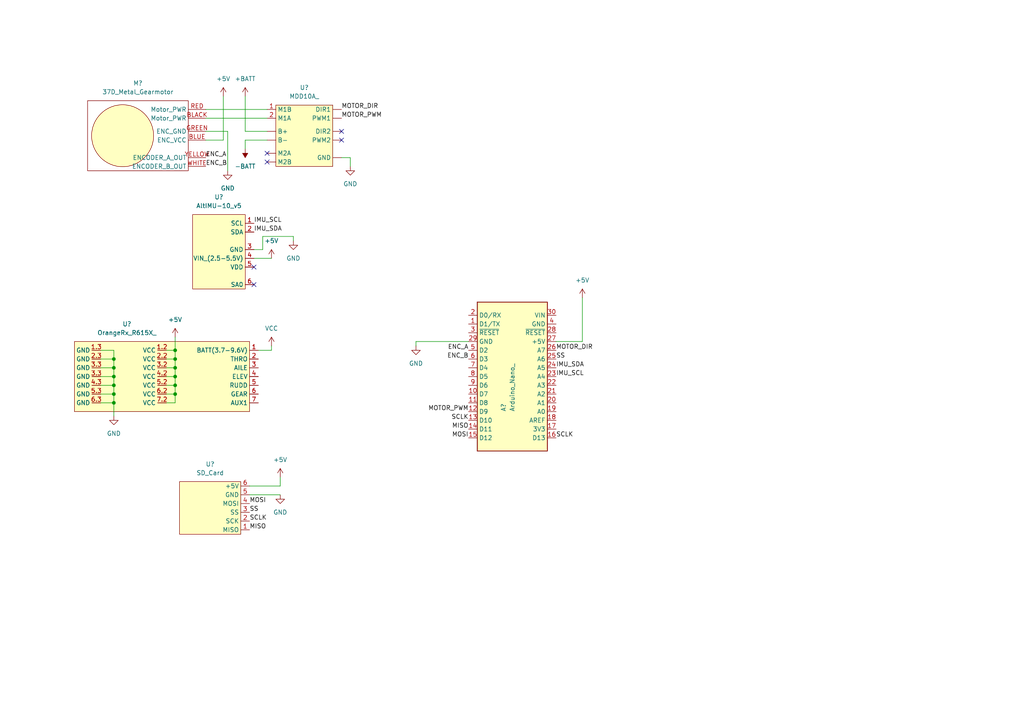
<source format=kicad_sch>
(kicad_sch (version 20211123) (generator eeschema)
  (paper "A4")
  (lib_symbols
    (symbol "MCU_Module:Arduino_Nano_v3.x"
      (property "Reference" "A?" (at -1.27 26.67 0))
      (property "Value" "Arduino_Nano_v3.x" (at -9.4106 24.13 0))
      (symbol "Arduino_Nano_v3.x_0_1"
        (rectangle (start -10.16 22.86) (end 10.16 -20.32) (stroke (width 0.254)) (fill (type background)))
      )
      (symbol "Arduino_Nano_v3.x_1_1"
        (pin bidirectional line (at 12.7 -13.97 180) (length 2.54) (name "D1/TX") (number "1"))
        (pin bidirectional line (at 12.7 6.35 180) (length 2.54) (name "D7") (number "10"))
        (pin bidirectional line (at 12.7 8.89 180) (length 2.54) (name "D8") (number "11"))
        (pin bidirectional line (at 12.7 11.43 180) (length 2.54) (name "D9") (number "12"))
        (pin bidirectional line (at 12.7 13.97 180) (length 2.54) (name "D10") (number "13"))
        (pin bidirectional line (at 12.7 16.51 180) (length 2.54) (name "D11") (number "14"))
        (pin bidirectional line (at 12.7 19.05 180) (length 2.54) (name "D12") (number "15"))
        (pin bidirectional line (at -12.7 19.05 0) (length 2.54) (name "D13") (number "16"))
        (pin power_out line (at -12.7 16.51 0) (length 2.54) (name "3V3") (number "17"))
        (pin input line (at -12.7 13.97 0) (length 2.54) (name "AREF") (number "18"))
        (pin bidirectional line (at -12.7 11.43 0) (length 2.54) (name "A0") (number "19"))
        (pin bidirectional line (at 12.7 -16.51 180) (length 2.54) (name "D0/RX") (number "2"))
        (pin bidirectional line (at -12.7 8.89 0) (length 2.54) (name "A1") (number "20"))
        (pin bidirectional line (at -12.7 6.35 0) (length 2.54) (name "A2") (number "21"))
        (pin bidirectional line (at -12.7 3.81 0) (length 2.54) (name "A3") (number "22"))
        (pin bidirectional line (at -12.7 1.27 0) (length 2.54) (name "A4") (number "23"))
        (pin bidirectional line (at -12.7 -1.27 0) (length 2.54) (name "A5") (number "24"))
        (pin bidirectional line (at -12.7 -3.81 0) (length 2.54) (name "A6") (number "25"))
        (pin bidirectional line (at -12.7 -6.35 0) (length 2.54) (name "A7") (number "26"))
        (pin power_out line (at -12.7 -8.89 0) (length 2.54) (name "+5V") (number "27"))
        (pin input line (at -12.7 -11.43 0) (length 2.54) (name "~{RESET}") (number "28"))
        (pin power_in line (at 12.7 -8.89 180) (length 2.54) (name "GND") (number "29"))
        (pin input line (at 12.7 -11.43 180) (length 2.54) (name "~{RESET}") (number "3"))
        (pin power_in line (at -12.7 -16.51 0) (length 2.54) (name "VIN") (number "30"))
        (pin power_in line (at -12.7 -13.97 0) (length 2.54) (name "GND") (number "4"))
        (pin bidirectional line (at 12.7 -6.35 180) (length 2.54) (name "D2") (number "5"))
        (pin bidirectional line (at 12.7 -3.81 180) (length 2.54) (name "D3") (number "6"))
        (pin bidirectional line (at 12.7 -1.27 180) (length 2.54) (name "D4") (number "7"))
        (pin bidirectional line (at 12.7 1.27 180) (length 2.54) (name "D5") (number "8"))
        (pin bidirectional line (at 12.7 3.81 180) (length 2.54) (name "D6") (number "9"))
      )
    )
    (symbol "power:+5V" (power) (pin_names (offset 0))
      (property "Value" "+5V" (at 0 3.556 0))
      (symbol "+5V_0_1"
        (polyline (pts (xy -0.762 1.27) (xy 0 2.54)))
        (polyline (pts (xy 0 0) (xy 0 2.54)))
        (polyline (pts (xy 0 2.54) (xy 0.762 1.27)))
      )
      (symbol "+5V_1_1"
        (pin power_in line (at 0 0 90) (length 0) hide (name "+5V") (number "1"))
      )
    )
    (symbol "power:+BATT" (power) (pin_names (offset 0))
      (property "Value" "+BATT" (at 0 3.556 0))
      (symbol "+BATT_0_1"
        (polyline (pts (xy -0.762 1.27) (xy 0 2.54)))
        (polyline (pts (xy 0 0) (xy 0 2.54)))
        (polyline (pts (xy 0 2.54) (xy 0.762 1.27)))
      )
      (symbol "+BATT_1_1"
        (pin power_in line (at 0 0 90) (length 0) hide (name "+BATT") (number "1"))
      )
    )
    (symbol "power:-BATT" (power) (pin_names (offset 0))
      (property "Value" "-BATT" (at 0 3.556 0))
      (symbol "-BATT_0_1"
        (polyline (pts (xy 0 0) (xy 0 2.54)))
        (polyline (pts (xy 0.762 1.27) (xy -0.762 1.27) (xy 0 2.54) (xy 0.762 1.27)) (fill (type outline)))
      )
      (symbol "-BATT_1_1"
        (pin power_in line (at 0 0 90) (length 0) hide (name "-BATT") (number "1"))
      )
    )
    (symbol "power:GND" (power) (pin_names (offset 0))
      (property "Value" "GND" (at 0 -3.81 0))
      (symbol "GND_0_1"
        (polyline (pts (xy 0 0) (xy 0 -1.27) (xy 1.27 -1.27) (xy 0 -2.54) (xy -1.27 -1.27) (xy 0 -1.27)))
      )
      (symbol "GND_1_1"
        (pin power_in line (at 0 0 270) (length 0) hide (name "GND") (number "1"))
      )
    )
    (symbol "power:VCC" (power) (pin_names (offset 0))
      (property "Value" "VCC" (at 0 3.81 0))
      (symbol "VCC_0_1"
        (polyline (pts (xy -0.762 1.27) (xy 0 2.54)))
        (polyline (pts (xy 0 0) (xy 0 2.54)))
        (polyline (pts (xy 0 2.54) (xy 0.762 1.27)))
      )
      (symbol "VCC_1_1"
        (pin power_in line (at 0 0 90) (length 0) hide (name "VCC") (number "1"))
      )
    )
    (symbol "rogallo_wing_test_lib:37D_Metal_Gearmotor"
      (property "Reference" "M" (at -5.08 -1.27 0))
      (property "Value" "37D_Metal_Gearmotor" (at -5.08 1.27 0))
      (symbol "37D_Metal_Gearmotor_0_1"
        (rectangle (start -21.59 -3.81) (end 7.62 -24.13))
        (circle (center -11.43 -13.97) (radius 8.9803) (fill (type background)))
      )
      (symbol "37D_Metal_Gearmotor_1_1"
        (pin input line (at 12.7 -8.89 180) (length 5.08) (name "Motor_PWR") (number "BLACK"))
        (pin input line (at 12.7 -15.24 180) (length 5.08) (name "ENC_VCC") (number "BLUE"))
        (pin input line (at 12.7 -12.7 180) (length 5.08) (name "ENC_GND") (number "GREEN"))
        (pin input line (at 12.7 -6.35 180) (length 5.08) (name "Motor_PWR") (number "RED"))
        (pin input line (at 12.7 -22.86 180) (length 5.08) (name "ENCODER_B_OUT") (number "WHITE"))
        (pin input line (at 12.7 -20.32 180) (length 5.08) (name "ENCODER_A_OUT") (number "YELLOW"))
      )
    )
    (symbol "rogallo_wing_test_lib:AltIMU-10_v5"
      (property "Reference" "U" (at -13.97 3.81 0))
      (property "Value" "AltIMU-10_v5" (at -13.97 1.27 0))
      (symbol "AltIMU-10_v5_0_1"
        (rectangle (start -21.59 0) (end -6.35 -21.59) (fill (type background)))
      )
      (symbol "AltIMU-10_v5_1_1"
        (pin input line (at -3.81 -2.54 180) (length 2.54) (name "SCL") (number "1"))
        (pin input line (at -3.81 -5.08 180) (length 2.54) (name "SDA") (number "2"))
        (pin input line (at -3.81 -10.16 180) (length 2.54) (name "GND") (number "3"))
        (pin input line (at -3.81 -12.7 180) (length 2.54) (name "VIN_(2.5-5.5V)") (number "4"))
        (pin input line (at -3.81 -15.24 180) (length 2.54) (name "VDD") (number "5"))
        (pin input line (at -3.81 -20.32 180) (length 2.54) (name "SA0") (number "6"))
      )
    )
    (symbol "rogallo_wing_test_lib:MDD10A_"
      (property "Reference" "U" (at 2.54 2.54 0))
      (property "Value" "MDD10A_" (at 3.81 0 0))
      (symbol "MDD10A__0_1"
        (rectangle (start -5.08 -2.54) (end 11.43 -20.32) (fill (type background)))
      )
      (symbol "MDD10A__1_1"
        (pin input line (at -7.62 -10.16 0) (length 2.54) (name "B+") (number ""))
        (pin input line (at -7.62 -12.7 0) (length 2.54) (name "B-") (number ""))
        (pin input line (at 13.97 -3.81 180) (length 2.54) (name "DIR1") (number ""))
        (pin input line (at 13.97 -10.16 180) (length 2.54) (name "DIR2") (number ""))
        (pin input line (at 13.97 -17.78 180) (length 2.54) (name "GND") (number ""))
        (pin input line (at -7.62 -16.51 0) (length 2.54) (name "M2A") (number ""))
        (pin input line (at -7.62 -19.05 0) (length 2.54) (name "M2B") (number ""))
        (pin input line (at 13.97 -6.35 180) (length 2.54) (name "PWM1") (number ""))
        (pin input line (at 13.97 -12.7 180) (length 2.54) (name "PWM2") (number ""))
        (pin input line (at -7.62 -3.81 0) (length 2.54) (name "M1B") (number "1"))
        (pin input line (at -7.62 -6.35 0) (length 2.54) (name "M1A") (number "2"))
      )
    )
    (symbol "rogallo_wing_test_lib:OrangeRx_R615X_"
      (property "Reference" "U" (at 0 0 0))
      (property "Value" "OrangeRx_R615X_" (at 2.54 -2.54 0))
      (symbol "OrangeRx_R615X__0_1"
        (rectangle (start -24.13 -5.08) (end 26.67 -25.4) (fill (type background)))
      )
      (symbol "OrangeRx_R615X__1_1"
        (pin input line (at 29.21 -7.62 180) (length 2.54) (name "BATT(3.7-9.6V)") (number "1"))
        (pin input line (at 2.54 -7.62 180) (length 2.54) (name "VCC") (number "1.2"))
        (pin input line (at -16.51 -7.62 180) (length 2.54) (name "GND") (number "1.3"))
        (pin input line (at 29.21 -10.16 180) (length 2.54) (name "THRO") (number "2"))
        (pin input line (at 2.54 -10.16 180) (length 2.54) (name "VCC") (number "2.2"))
        (pin input line (at -16.51 -10.16 180) (length 2.54) (name "GND") (number "2.3"))
        (pin input line (at 29.21 -12.7 180) (length 2.54) (name "AILE") (number "3"))
        (pin input line (at 2.54 -12.7 180) (length 2.54) (name "VCC") (number "3.2"))
        (pin input line (at -16.51 -15.24 180) (length 2.54) (name "GND") (number "3.3"))
        (pin input line (at -16.51 -12.7 180) (length 2.54) (name "GND") (number "3.3"))
        (pin input line (at 29.21 -15.24 180) (length 2.54) (name "ELEV") (number "4"))
        (pin input line (at 2.54 -15.24 180) (length 2.54) (name "VCC") (number "4.2"))
        (pin input line (at -16.51 -17.78 180) (length 2.54) (name "GND") (number "4.3"))
        (pin input line (at 29.21 -17.78 180) (length 2.54) (name "RUDD") (number "5"))
        (pin input line (at 2.54 -17.78 180) (length 2.54) (name "VCC") (number "5.2"))
        (pin input line (at -16.51 -20.32 180) (length 2.54) (name "GND") (number "5.3"))
        (pin input line (at 29.21 -20.32 180) (length 2.54) (name "GEAR") (number "6"))
        (pin input line (at 2.54 -20.32 180) (length 2.54) (name "VCC") (number "6.2"))
        (pin input line (at -16.51 -22.86 180) (length 2.54) (name "GND") (number "6.3"))
        (pin input line (at 29.21 -22.86 180) (length 2.54) (name "AUX1") (number "7"))
        (pin input line (at 2.54 -22.86 180) (length 2.54) (name "VCC") (number "7.2"))
      )
    )
    (symbol "rogallo_wing_test_lib:SD_Card"
      (property "Reference" "U" (at 3.81 -1.27 0))
      (property "Value" "SD_Card" (at 3.81 0 0))
      (symbol "SD_Card_0_1"
        (rectangle (start -3.81 -2.54) (end 13.97 -17.78) (fill (type background)))
      )
      (symbol "SD_Card_1_1"
        (pin input line (at -6.35 -3.81 0) (length 2.54) (name "MISO") (number "1"))
        (pin input line (at -6.35 -6.35 0) (length 2.54) (name "SCK") (number "2"))
        (pin input line (at -6.35 -8.89 0) (length 2.54) (name "SS") (number "3"))
        (pin input line (at -6.35 -11.43 0) (length 2.54) (name "MOSI") (number "4"))
        (pin input line (at -6.35 -13.97 0) (length 2.54) (name "GND") (number "5"))
        (pin input line (at -6.35 -16.51 0) (length 2.54) (name "+5V") (number "6"))
      )
    )
  )
  (junction (at 50.8 109.22))
  (junction (at 33.02 111.76))
  (junction (at 50.8 106.68))
  (junction (at 50.8 114.3))
  (junction (at 50.8 104.14))
  (junction (at 33.02 104.14))
  (junction (at 33.02 116.84))
  (junction (at 33.02 109.22))
  (junction (at 33.02 114.3))
  (junction (at 33.02 106.68))
  (junction (at 50.8 111.76))
  (junction (at 50.8 101.6))
  (no_connect (at 73.66 77.47))
  (no_connect (at 99.06 40.64))
  (no_connect (at 77.47 44.45))
  (no_connect (at 77.47 46.99))
  (no_connect (at 99.06 38.1))
  (no_connect (at 73.66 82.55))
  (wire (pts (xy 76.2 72.39) (xy 73.66 72.39)))
  (wire (pts (xy 33.02 109.22) (xy 33.02 111.76)))
  (wire (pts (xy 59.69 38.1) (xy 66.04 38.1)))
  (wire (pts (xy 50.8 114.3) (xy 50.8 116.84)))
  (wire (pts (xy 59.69 31.75) (xy 77.47 31.75)))
  (wire (pts (xy 29.21 106.68) (xy 33.02 106.68)))
  (wire (pts (xy 168.91 99.06) (xy 161.29 99.06)))
  (wire (pts (xy 29.21 104.14) (xy 33.02 104.14)))
  (wire (pts (xy 33.02 106.68) (xy 33.02 109.22)))
  (wire (pts (xy 72.39 143.51) (xy 81.28 143.51)))
  (wire (pts (xy 33.02 101.6) (xy 33.02 104.14)))
  (wire (pts (xy 71.12 38.1) (xy 77.47 38.1)))
  (wire (pts (xy 48.26 114.3) (xy 50.8 114.3)))
  (wire (pts (xy 78.74 100.33) (xy 78.74 101.6)))
  (wire (pts (xy 50.8 109.22) (xy 50.8 111.76)))
  (wire (pts (xy 29.21 109.22) (xy 33.02 109.22)))
  (wire (pts (xy 50.8 97.79) (xy 50.8 101.6)))
  (wire (pts (xy 29.21 116.84) (xy 33.02 116.84)))
  (wire (pts (xy 135.89 99.06) (xy 120.65 99.06)))
  (wire (pts (xy 50.8 106.68) (xy 50.8 109.22)))
  (wire (pts (xy 48.26 104.14) (xy 50.8 104.14)))
  (wire (pts (xy 72.39 140.97) (xy 81.28 140.97)))
  (wire (pts (xy 59.69 34.29) (xy 77.47 34.29)))
  (wire (pts (xy 81.28 138.43) (xy 81.28 140.97)))
  (wire (pts (xy 50.8 104.14) (xy 50.8 106.68)))
  (wire (pts (xy 101.6 45.72) (xy 101.6 48.26)))
  (wire (pts (xy 66.04 38.1) (xy 66.04 49.53)))
  (wire (pts (xy 50.8 101.6) (xy 50.8 104.14)))
  (wire (pts (xy 73.66 74.93) (xy 78.74 74.93)))
  (wire (pts (xy 64.77 27.94) (xy 64.77 40.64)))
  (wire (pts (xy 33.02 104.14) (xy 33.02 106.68)))
  (wire (pts (xy 77.47 40.64) (xy 71.12 40.64)))
  (wire (pts (xy 64.77 40.64) (xy 59.69 40.64)))
  (wire (pts (xy 71.12 27.94) (xy 71.12 38.1)))
  (wire (pts (xy 50.8 116.84) (xy 48.26 116.84)))
  (wire (pts (xy 48.26 111.76) (xy 50.8 111.76)))
  (wire (pts (xy 48.26 106.68) (xy 50.8 106.68)))
  (wire (pts (xy 48.26 109.22) (xy 50.8 109.22)))
  (wire (pts (xy 76.2 68.58) (xy 85.09 68.58)))
  (wire (pts (xy 29.21 114.3) (xy 33.02 114.3)))
  (wire (pts (xy 76.2 68.58) (xy 76.2 72.39)))
  (wire (pts (xy 168.91 86.36) (xy 168.91 99.06)))
  (wire (pts (xy 33.02 116.84) (xy 33.02 120.65)))
  (wire (pts (xy 29.21 111.76) (xy 33.02 111.76)))
  (wire (pts (xy 33.02 111.76) (xy 33.02 114.3)))
  (wire (pts (xy 29.21 101.6) (xy 33.02 101.6)))
  (wire (pts (xy 71.12 40.64) (xy 71.12 43.18)))
  (wire (pts (xy 48.26 101.6) (xy 50.8 101.6)))
  (wire (pts (xy 33.02 114.3) (xy 33.02 116.84)))
  (wire (pts (xy 99.06 45.72) (xy 101.6 45.72)))
  (wire (pts (xy 120.65 99.06) (xy 120.65 100.33)))
  (wire (pts (xy 50.8 111.76) (xy 50.8 114.3)))
  (wire (pts (xy 78.74 101.6) (xy 74.93 101.6)))
  (wire (pts (xy 85.09 68.58) (xy 85.09 69.85)))
  (label "SS" (at 161.29 104.14 0))
  (label "MOTOR_DIR" (at 161.29 101.6 0))
  (label "ENC_B" (at 135.89 104.14 180))
  (label "IMU_SCL" (at 161.29 109.22 0))
  (label "ENC_A" (at 59.69 45.72 0))
  (label "IMU_SDA" (at 161.29 106.68 0))
  (label "SCLK" (at 161.29 127 0))
  (label "ENC_B" (at 59.69 48.26 0))
  (label "SCLK" (at 72.39 151.13 0))
  (label "MISO" (at 135.89 124.46 180))
  (label "MOTOR_DIR" (at 99.06 31.75 0))
  (label "IMU_SDA" (at 73.66 67.31 0))
  (label "SS" (at 72.39 148.59 0))
  (label "MOTOR_PWM" (at 135.89 119.38 180))
  (label "SCLK" (at 135.89 121.92 180))
  (label "MOSI" (at 72.39 146.05 0))
  (label "MISO" (at 72.39 153.67 0))
  (label "IMU_SCL" (at 73.66 64.77 0))
  (label "MOTOR_PWM" (at 99.06 34.29 0))
  (label "MOSI" (at 135.89 127 180))
  (label "ENC_A" (at 135.89 101.6 180))
  (symbol (lib_id "power:GND") (at 33.02 120.65 0) (unit 1)
    (property "Reference" "#PWR?" (effects hide))
    (property "Value" "GND" (at 33.02 125.73 0))
  )
  (symbol (lib_id "power:+5V") (at 64.77 27.94 0) (unit 1)
    (property "Reference" "#PWR?" (effects hide))
    (property "Value" "+5V" (at 64.77 22.86 0))
  )
  (symbol (lib_id "rogallo_wing_test_lib:SD_Card") (at 66.04 157.48 180) (unit 1)
    (property "Reference" "U?" (at 60.96 134.62 0))
    (property "Value" "SD_Card" (at 60.96 137.16 0))
  )
  (symbol (lib_id "power:GND") (at 101.6 48.26 0) (unit 1)
    (property "Reference" "#PWR?" (effects hide))
    (property "Value" "GND" (at 101.6 53.34 0))
  )
  (symbol (lib_id "power:+5V") (at 81.28 138.43 0) (unit 1)
    (property "Reference" "#PWR?" (effects hide))
    (property "Value" "+5V" (at 81.28 133.35 0))
  )
  (symbol (lib_id "rogallo_wing_test_lib:MDD10A_") (at 85.09 27.94 0) (unit 1)
    (property "Reference" "U?" (at 88.265 25.4 0))
    (property "Value" "MDD10A_" (at 88.265 27.94 0))
    (property "Datasheet" "https://docs.google.com/document/d/1ol8nICCTTw5dAHHE_hju08cCVH2GN5_Y3cGC6B4Gbas/edit" (effects hide))
  )
  (symbol (lib_id "power:GND") (at 66.04 49.53 0) (unit 1)
    (property "Reference" "#PWR?" (effects hide))
    (property "Value" "GND" (at 66.04 54.61 0))
  )
  (symbol (lib_id "power:+5V") (at 50.8 97.79 0) (unit 1)
    (property "Reference" "#PWR?" (effects hide))
    (property "Value" "+5V" (at 50.8 92.71 0))
  )
  (symbol (lib_id "power:GND") (at 85.09 69.85 0) (unit 1)
    (property "Reference" "#PWR?" (effects hide))
    (property "Value" "GND" (at 85.09 74.93 0))
  )
  (symbol (lib_id "rogallo_wing_test_lib:OrangeRx_R615X_") (at 45.72 93.98 0) (unit 1)
    (property "Reference" "U?" (at 36.83 93.98 0))
    (property "Value" "OrangeRx_R615X_" (at 36.83 96.52 0))
    (property "Datasheet" "https://cdn-global-hk.hobbyking.com/media/file/672761531X1606554X18.pdf" (effects hide))
  )
  (symbol (lib_id "rogallo_wing_test_lib:AltIMU-10_v5") (at 77.47 62.23 0) (unit 1)
    (property "Reference" "U?" (at 63.5 57.15 0))
    (property "Value" "AltIMU-10_v5" (at 63.5 59.69 0))
    (property "Datasheet" "https://www.pololu.com/product/2739" (effects hide))
  )
  (symbol (lib_id "power:GND") (at 120.65 100.33 0) (unit 1)
    (property "Reference" "#PWR?" (effects hide))
    (property "Value" "GND" (at 120.65 105.41 0))
  )
  (symbol (lib_id "MCU_Module:Arduino_Nano_v3.x") (at 148.59 107.95 180) (unit 1)
    (property "Reference" "A?" (at 146.05 119.38 90) (effects (justify right)))
    (property "Value" "Arduino_Nano_" (at 148.59 119.38 90) (effects (justify right)))
    (property "Footprint" "Module:Arduino_Nano" (effects hide))
    (property "Datasheet" "http://www.mouser.com/pdfdocs/Gravitech_Arduino_Nano3_0.pdf" (effects hide))
  )
  (symbol (lib_id "power:GND") (at 81.28 143.51 0) (unit 1)
    (property "Reference" "#PWR?" (effects hide))
    (property "Value" "GND" (at 81.28 148.59 0))
  )
  (symbol (lib_id "power:VCC") (at 78.74 100.33 0) (unit 1)
    (property "Reference" "#PWR?" (effects hide))
    (property "Value" "VCC" (at 78.74 95.25 0))
  )
  (symbol (lib_id "power:-BATT") (at 71.12 43.18 180) (unit 1)
    (property "Reference" "#PWR?" (effects hide))
    (property "Value" "-BATT" (at 71.12 48.26 0))
  )
  (symbol (lib_id "power:+BATT") (at 71.12 27.94 0) (unit 1)
    (property "Reference" "#PWR?" (effects hide))
    (property "Value" "+BATT" (at 71.12 22.86 0))
  )
  (symbol (lib_id "power:+5V") (at 78.74 74.93 0) (unit 1)
    (property "Reference" "#PWR?" (effects hide))
    (property "Value" "+5V" (at 78.74 69.85 0))
  )
  (symbol (lib_id "rogallo_wing_test_lib:37D_Metal_Gearmotor") (at 46.99 25.4 0) (unit 1)
    (property "Reference" "M?" (at 40.005 24.13 0))
    (property "Value" "37D_Metal_Gearmotor" (at 40.005 26.67 0))
  )
  (symbol (lib_id "power:+5V") (at 168.91 86.36 0) (unit 1)
    (property "Reference" "#PWR?" (effects hide))
    (property "Value" "+5V" (at 168.91 81.28 0))
  )
)
</source>
